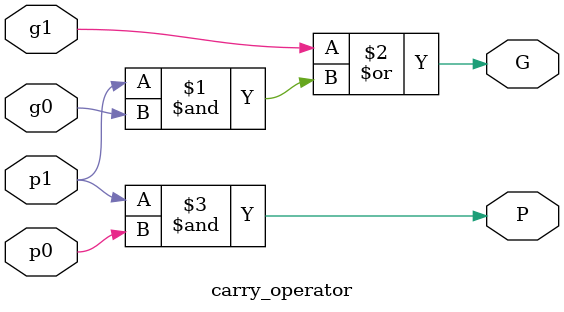
<source format=v>
module carry_operator(
    input g0 , g1 , p0 , p1,
    output G , P
);
assign G = g1 | (p1 & g0);
assign P = p1 & p0;
endmodule

</source>
